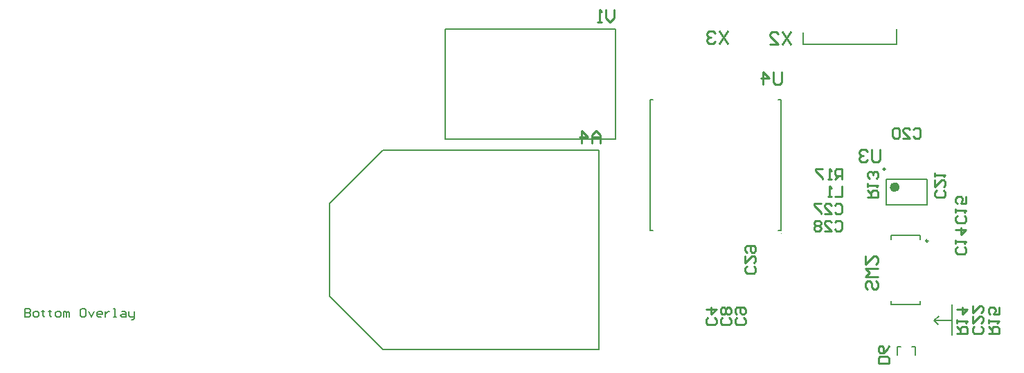
<source format=gbo>
G04*
G04 #@! TF.GenerationSoftware,Altium Limited,Altium Designer,18.1.9 (240)*
G04*
G04 Layer_Color=32896*
%FSLAX25Y25*%
%MOIN*%
G70*
G01*
G75*
%ADD10C,0.00984*%
%ADD11C,0.02362*%
%ADD12C,0.00700*%
%ADD13C,0.00787*%
%ADD14C,0.01000*%
%ADD15C,0.00394*%
%ADD17C,0.00800*%
%ADD110C,0.00600*%
D10*
X271437Y140256D02*
G03*
X271437Y140256I-492J0D01*
G01*
X292000Y105685D02*
G03*
X292000Y105685I-492J0D01*
G01*
D11*
X277165Y131595D02*
G03*
X277165Y131595I-1181J0D01*
G01*
D12*
X-142647Y72907D02*
Y68909D01*
X-140648D01*
X-139981Y69575D01*
Y70241D01*
X-140648Y70908D01*
X-142647D01*
X-140648D01*
X-139981Y71574D01*
Y72241D01*
X-140648Y72907D01*
X-142647D01*
X-137982Y68909D02*
X-136649D01*
X-135983Y69575D01*
Y70908D01*
X-136649Y71574D01*
X-137982D01*
X-138648Y70908D01*
Y69575D01*
X-137982Y68909D01*
X-133983Y72241D02*
Y71574D01*
X-134650D01*
X-133317D01*
X-133983D01*
Y69575D01*
X-133317Y68909D01*
X-130651Y72241D02*
Y71574D01*
X-131317D01*
X-129984D01*
X-130651D01*
Y69575D01*
X-129984Y68909D01*
X-127319D02*
X-125986D01*
X-125319Y69575D01*
Y70908D01*
X-125986Y71574D01*
X-127319D01*
X-127985Y70908D01*
Y69575D01*
X-127319Y68909D01*
X-123986D02*
Y71574D01*
X-123320D01*
X-122653Y70908D01*
Y68909D01*
Y70908D01*
X-121987Y71574D01*
X-121321Y70908D01*
Y68909D01*
X-113990Y72907D02*
X-115322D01*
X-115989Y72241D01*
Y69575D01*
X-115322Y68909D01*
X-113990D01*
X-113323Y69575D01*
Y72241D01*
X-113990Y72907D01*
X-111990Y71574D02*
X-110657Y68909D01*
X-109324Y71574D01*
X-105992Y68909D02*
X-107325D01*
X-107992Y69575D01*
Y70908D01*
X-107325Y71574D01*
X-105992D01*
X-105326Y70908D01*
Y70241D01*
X-107992D01*
X-103993Y71574D02*
Y68909D01*
Y70241D01*
X-103326Y70908D01*
X-102660Y71574D01*
X-101994D01*
X-99994Y68909D02*
X-98661D01*
X-99328D01*
Y72907D01*
X-99994D01*
X-95995Y71574D02*
X-94662D01*
X-93996Y70908D01*
Y68909D01*
X-95995D01*
X-96662Y69575D01*
X-95995Y70241D01*
X-93996D01*
X-92663Y71574D02*
Y69575D01*
X-91997Y68909D01*
X-89997D01*
Y68242D01*
X-90664Y67576D01*
X-91330D01*
X-89997Y68909D02*
Y71574D01*
D13*
X277362Y54724D02*
X279035D01*
X277362Y50787D02*
Y54724D01*
X284350D02*
X286024D01*
Y50787D02*
Y54724D01*
X291732Y122933D02*
Y135531D01*
X272047Y122933D02*
Y135531D01*
Y122933D02*
X291732D01*
X272047Y135531D02*
X291732D01*
X158366Y110827D02*
Y173819D01*
X221358Y110827D02*
Y173819D01*
X158366D02*
X159744D01*
X219980D02*
X221358D01*
X158366Y110827D02*
X159744D01*
X219980D02*
X221358D01*
D14*
X134132Y152643D02*
Y156641D01*
X132133Y158641D01*
X130134Y156641D01*
Y152643D01*
Y155642D01*
X134132D01*
X125135Y152643D02*
Y158641D01*
X128134Y155642D01*
X124136D01*
X273207Y46850D02*
X268209D01*
Y49350D01*
X269042Y50183D01*
X272374D01*
X273207Y49350D01*
Y46850D01*
Y55181D02*
X272374Y53515D01*
X270708Y51849D01*
X269042D01*
X268209Y52682D01*
Y54348D01*
X269042Y55181D01*
X269875D01*
X270708Y54348D01*
Y51849D01*
X268898Y149699D02*
Y144701D01*
X267898Y143701D01*
X265899D01*
X264899Y144701D01*
Y149699D01*
X262900Y148699D02*
X261900Y149699D01*
X259901D01*
X258901Y148699D01*
Y147699D01*
X259901Y146700D01*
X260900D01*
X259901D01*
X258901Y145700D01*
Y144701D01*
X259901Y143701D01*
X261900D01*
X262900Y144701D01*
X195472Y206785D02*
X191474Y200787D01*
Y206785D02*
X195472Y200787D01*
X189474Y205786D02*
X188475Y206785D01*
X186475D01*
X185476Y205786D01*
Y204786D01*
X186475Y203786D01*
X187475D01*
X186475D01*
X185476Y202787D01*
Y201787D01*
X186475Y200787D01*
X188475D01*
X189474Y201787D01*
X140933Y217112D02*
Y213114D01*
X138934Y211115D01*
X136934Y213114D01*
Y217112D01*
X134935Y211115D02*
X132936D01*
X133935D01*
Y217112D01*
X134935Y216113D01*
X250492Y131967D02*
Y126969D01*
X247160D01*
X245494D02*
X243828D01*
X244661D01*
Y131967D01*
X245494Y131134D01*
X221595Y187187D02*
Y182188D01*
X220595Y181188D01*
X218596D01*
X217596Y182188D01*
Y187187D01*
X212597Y181188D02*
Y187187D01*
X215597Y184187D01*
X211598D01*
X267006Y86479D02*
X268006Y85479D01*
Y83480D01*
X267006Y82480D01*
X266007D01*
X265007Y83480D01*
Y85479D01*
X264007Y86479D01*
X263007D01*
X262008Y85479D01*
Y83480D01*
X263007Y82480D01*
X268006Y88478D02*
X262008D01*
X264007Y90478D01*
X262008Y92477D01*
X268006D01*
X262008Y98475D02*
Y94476D01*
X266007Y98475D01*
X267006D01*
X268006Y97475D01*
Y95476D01*
X267006Y94476D01*
X225984Y206490D02*
X221986Y200492D01*
Y206490D02*
X225984Y200492D01*
X215987D02*
X219986D01*
X215987Y204491D01*
Y205490D01*
X216987Y206490D01*
X218987D01*
X219986Y205490D01*
X309480Y102840D02*
X310313Y102007D01*
Y100341D01*
X309480Y99508D01*
X306148D01*
X305315Y100341D01*
Y102007D01*
X306148Y102840D01*
X305315Y104506D02*
Y106172D01*
Y105339D01*
X310313D01*
X309480Y104506D01*
X305315Y111171D02*
X310313D01*
X307814Y108672D01*
Y112004D01*
X309579Y117801D02*
X310412Y116968D01*
Y115302D01*
X309579Y114469D01*
X306246D01*
X305413Y115302D01*
Y116968D01*
X306246Y117801D01*
X305413Y119467D02*
Y121133D01*
Y120300D01*
X310412D01*
X309579Y119467D01*
X310412Y126964D02*
Y123632D01*
X307913D01*
X308746Y125298D01*
Y126131D01*
X307913Y126964D01*
X306246D01*
X305413Y126131D01*
Y124465D01*
X306246Y123632D01*
X299539Y130006D02*
X300372Y129172D01*
Y127506D01*
X299539Y126673D01*
X296207D01*
X295374Y127506D01*
Y129172D01*
X296207Y130006D01*
X295374Y135004D02*
Y131672D01*
X298706Y135004D01*
X299539D01*
X300372Y134171D01*
Y132505D01*
X299539Y131672D01*
X295374Y136670D02*
Y138336D01*
Y137503D01*
X300372D01*
X299539Y136670D01*
X284955Y159283D02*
X285788Y160117D01*
X287454D01*
X288287Y159283D01*
Y155951D01*
X287454Y155118D01*
X285788D01*
X284955Y155951D01*
X279957Y155118D02*
X283289D01*
X279957Y158450D01*
Y159283D01*
X280790Y160117D01*
X282456D01*
X283289Y159283D01*
X278291D02*
X277458Y160117D01*
X275791D01*
X274958Y159283D01*
Y155951D01*
X275791Y155118D01*
X277458D01*
X278291Y155951D01*
Y159283D01*
X317748Y64553D02*
X318581Y63720D01*
Y62054D01*
X317748Y61221D01*
X314416D01*
X313583Y62054D01*
Y63720D01*
X314416Y64553D01*
X313583Y69551D02*
Y66219D01*
X316915Y69551D01*
X317748D01*
X318581Y68718D01*
Y67052D01*
X317748Y66219D01*
X313583Y74550D02*
Y71217D01*
X316915Y74550D01*
X317748D01*
X318581Y73716D01*
Y72050D01*
X317748Y71217D01*
X306004Y61221D02*
X311002D01*
Y63720D01*
X310169Y64553D01*
X308503D01*
X307670Y63720D01*
Y61221D01*
Y62887D02*
X306004Y64553D01*
Y66219D02*
Y67885D01*
Y67052D01*
X311002D01*
X310169Y66219D01*
X306004Y72883D02*
X311002D01*
X308503Y70384D01*
Y73716D01*
X321161Y61221D02*
X326160D01*
Y63720D01*
X325327Y64553D01*
X323661D01*
X322828Y63720D01*
Y61221D01*
Y62887D02*
X321161Y64553D01*
Y66219D02*
Y67885D01*
Y67052D01*
X326160D01*
X325327Y66219D01*
X326160Y73716D02*
Y70384D01*
X323661D01*
X324494Y72050D01*
Y72883D01*
X323661Y73716D01*
X321994D01*
X321161Y72883D01*
Y71217D01*
X321994Y70384D01*
X262992Y126673D02*
X267990D01*
Y129172D01*
X267158Y130006D01*
X265491D01*
X264658Y129172D01*
Y126673D01*
Y128339D02*
X262992Y130006D01*
Y131672D02*
Y133338D01*
Y132505D01*
X267990D01*
X267158Y131672D01*
Y135837D02*
X267990Y136670D01*
Y138336D01*
X267158Y139169D01*
X266324D01*
X265491Y138336D01*
Y137503D01*
Y138336D01*
X264658Y139169D01*
X263825D01*
X262992Y138336D01*
Y136670D01*
X263825Y135837D01*
X189401Y68588D02*
X190235Y67755D01*
Y66089D01*
X189401Y65256D01*
X186069D01*
X185236Y66089D01*
Y67755D01*
X186069Y68588D01*
X185236Y72754D02*
X190235D01*
X187735Y70254D01*
Y73587D01*
X196341Y68588D02*
X197174Y67755D01*
Y66089D01*
X196341Y65256D01*
X193008D01*
X192175Y66089D01*
Y67755D01*
X193008Y68588D01*
X196341Y70254D02*
X197174Y71087D01*
Y72754D01*
X196341Y73586D01*
X195507D01*
X194674Y72754D01*
X193841Y73586D01*
X193008D01*
X192175Y72754D01*
Y71087D01*
X193008Y70254D01*
X193841D01*
X194674Y71087D01*
X195507Y70254D01*
X196341D01*
X194674Y71087D02*
Y72754D01*
X203279Y68588D02*
X204113Y67755D01*
Y66089D01*
X203279Y65256D01*
X199947D01*
X199114Y66089D01*
Y67755D01*
X199947Y68588D01*
Y70254D02*
X199114Y71087D01*
Y72754D01*
X199947Y73586D01*
X203279D01*
X204113Y72754D01*
Y71087D01*
X203279Y70254D01*
X202446D01*
X201613Y71087D01*
Y73586D01*
X208201Y93490D02*
X209034Y92657D01*
Y90991D01*
X208201Y90158D01*
X204869D01*
X204035Y90991D01*
Y92657D01*
X204869Y93490D01*
X204035Y98488D02*
Y95156D01*
X207368Y98488D01*
X208201D01*
X209034Y97655D01*
Y95989D01*
X208201Y95156D01*
X204869Y100154D02*
X204035Y100987D01*
Y102653D01*
X204869Y103487D01*
X208201D01*
X209034Y102653D01*
Y100987D01*
X208201Y100154D01*
X207368D01*
X206535Y100987D01*
Y103487D01*
X247160Y122866D02*
X247993Y123699D01*
X249659D01*
X250492Y122866D01*
Y119534D01*
X249659Y118701D01*
X247993D01*
X247160Y119534D01*
X242161Y118701D02*
X245494D01*
X242161Y122033D01*
Y122866D01*
X242995Y123699D01*
X244661D01*
X245494Y122866D01*
X240495Y123699D02*
X237163D01*
Y122866D01*
X240495Y119534D01*
Y118701D01*
X247160Y114598D02*
X247993Y115431D01*
X249659D01*
X250492Y114598D01*
Y111266D01*
X249659Y110433D01*
X247993D01*
X247160Y111266D01*
X242161Y110433D02*
X245494D01*
X242161Y113765D01*
Y114598D01*
X242995Y115431D01*
X244661D01*
X245494Y114598D01*
X240495D02*
X239662Y115431D01*
X237996D01*
X237163Y114598D01*
Y113765D01*
X237996Y112932D01*
X237163Y112099D01*
Y111266D01*
X237996Y110433D01*
X239662D01*
X240495Y111266D01*
Y112099D01*
X239662Y112932D01*
X240495Y113765D01*
Y114598D01*
X239662Y112932D02*
X237996D01*
X250492Y135236D02*
Y140235D01*
X247993D01*
X247160Y139401D01*
Y137735D01*
X247993Y136902D01*
X250492D01*
X248826D02*
X247160Y135236D01*
X245494D02*
X243828D01*
X244661D01*
Y140235D01*
X245494Y139401D01*
X241328Y140235D02*
X237996D01*
Y139401D01*
X241328Y136069D01*
Y135236D01*
D15*
X221555Y109252D02*
G03*
X221555Y109252I-197J0D01*
G01*
D17*
X133552Y53287D02*
Y149287D01*
X29552D02*
X133552D01*
X29552Y53287D02*
X133552D01*
X29552D02*
Y53287D01*
X29517D02*
X29552D01*
X3852Y78987D02*
X29552Y53287D01*
X3852Y78987D02*
Y123621D01*
X29517Y149287D01*
X59429Y207736D02*
X141555D01*
X59429Y154665D02*
Y207736D01*
Y154665D02*
X141555D01*
Y207736D01*
X276870Y200295D02*
Y207776D01*
X231988Y200295D02*
X276870D01*
X231988D02*
Y206201D01*
X295079Y67421D02*
X296949Y65551D01*
X295079Y67421D02*
X297146Y69488D01*
X295079Y67421D02*
X303740D01*
Y60335D02*
Y75197D01*
D110*
X288158Y74902D02*
Y76870D01*
X274378Y74902D02*
X288158D01*
X274378D02*
Y76870D01*
Y106398D02*
Y108366D01*
X288158D01*
Y106398D02*
Y108366D01*
M02*

</source>
